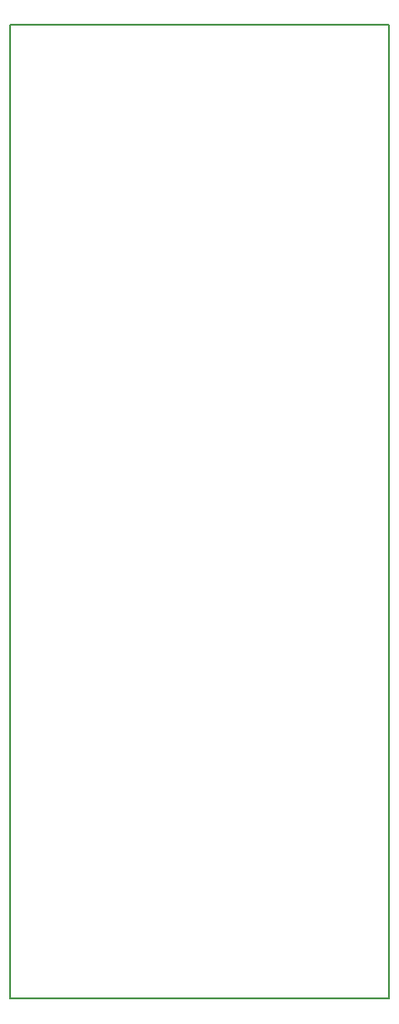
<source format=gm1>
G04 #@! TF.GenerationSoftware,KiCad,Pcbnew,7.0.2*
G04 #@! TF.CreationDate,2024-01-31T20:37:37-08:00*
G04 #@! TF.ProjectId,Lightsaber,4c696768-7473-4616-9265-722e6b696361,rev?*
G04 #@! TF.SameCoordinates,Original*
G04 #@! TF.FileFunction,Profile,NP*
%FSLAX46Y46*%
G04 Gerber Fmt 4.6, Leading zero omitted, Abs format (unit mm)*
G04 Created by KiCad (PCBNEW 7.0.2) date 2024-01-31 20:37:37*
%MOMM*%
%LPD*%
G01*
G04 APERTURE LIST*
G04 #@! TA.AperFunction,Profile*
%ADD10C,0.150000*%
G04 #@! TD*
G04 APERTURE END LIST*
D10*
X0Y-120000000D02*
X35000000Y-120000000D01*
X35000000Y-210000000D01*
X0Y-210000000D01*
X0Y-120000000D01*
M02*

</source>
